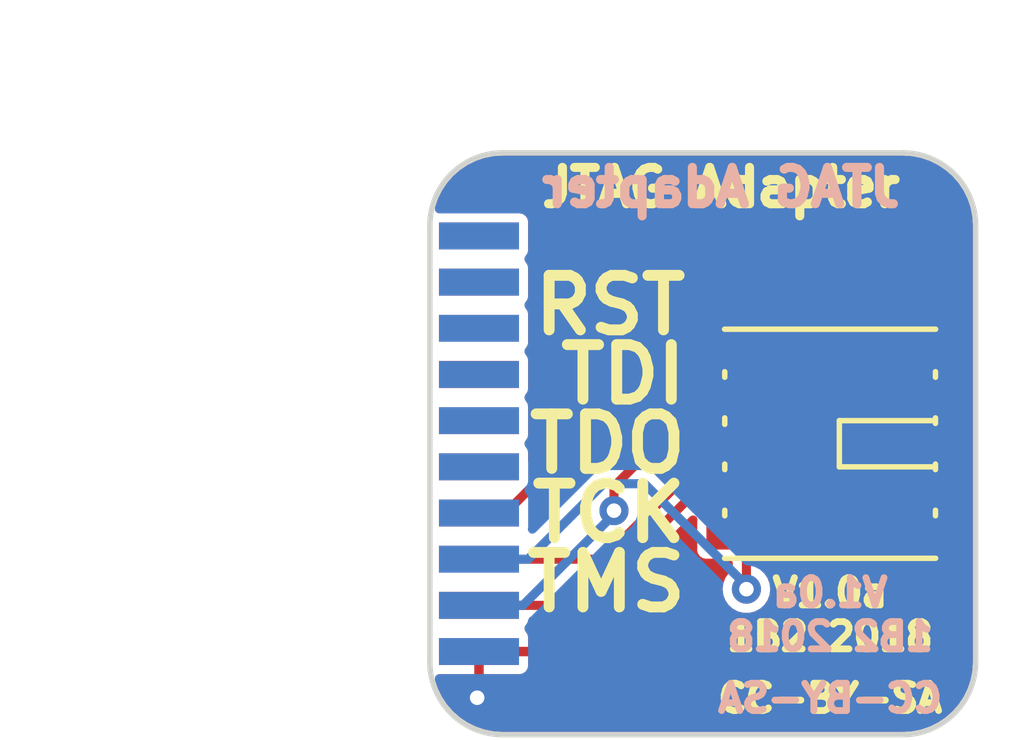
<source format=kicad_pcb>
(kicad_pcb (version 20221018) (generator pcbnew)
  (title_block (title "ftdi jtag adapter") (rev "V1.0a") (company "1BitSquared") (comment 1 "2018 (C) 1BitSquared <info@1bitsquared.com>") (comment 2 "2018 (C) Piotr Esden-Tempski <piotr@esden.net>") (comment 3 "License: CC-BY-SA 4.0"))
  (layers (0 "F.Cu" signal) (31 "B.Cu" signal) (34 "B.Paste" user) (35 "F.Paste" user) (36 "B.SilkS" user "B.Silkscreen") (37 "F.SilkS" user "F.Silkscreen") (38 "B.Mask" user) (39 "F.Mask" user) (44 "Edge.Cuts" user))
  (net 0 "")
  (net 1 "GND")
  (net 2 "+5V")
  (net 3 "/GPIOL1")
  (net 4 "/GPIOL3")
  (net 5 "/GPIOL0")
  (net 6 "/GPIOL2")
  (net 7 "/GPIOH0")
  (net 8 "/GPIOH2")
  (net 9 "/GPIOH4")
  (net 10 "/GPIOH6")
  (net 11 "/GPIOH8")
  (net 12 "/GPIOH1")
  (net 13 "/GPIOH3")
  (net 14 "/GPIOH5")
  (net 15 "/GPIOH7")
  (net 16 "/GPIOH9")
  (net 17 "/TDI")
  (net 18 "/TMS")
  (net 19 "/TCK")
  (net 20 "/TDO")
  (net 21 "Net-(X1-Pad1)")
  (net 22 "Net-(X1-Pad7)")
  (footprint "pkl_samtec:FTSH-105-XX-X-DV" (layer "F.Cu") (at 41 44 -90)
    (fp_text reference "X1")
    (fp_text value "JTAG-10")
    (fp_line (start -3.15 2.9) (end -3.15 -2.9) (stroke (width 0.15)) (layer "F.SilkS"))
    (fp_line (start -1.9812 2.8956) (end -1.8288 2.8956) (stroke (width 0.15)) (layer "F.SilkS"))
    (fp_line (start -1.8288 -2.8956) (end -1.9812 -2.8956) (stroke (width 0.15)) (layer "F.SilkS"))
    (fp_line (start -0.7112 2.8956) (end -0.5334 2.8956) (stroke (width 0.15)) (layer "F.SilkS"))
    (fp_line (start -0.635 -0.254) (end -0.635 -2.794) (stroke (width 0.15)) (layer "F.SilkS"))
    (fp_line (start -0.5588 -2.8956) (end -0.7112 -2.8956) (stroke (width 0.15)) (layer "F.SilkS"))
    (fp_line (start 0.5588 2.8956) (end 0.7112 2.8956) (stroke (width 0.15)) (layer "F.SilkS"))
    (fp_line (start 0.635 -2.794) (end 0.635 -0.254) (stroke (width 0.15)) (layer "F.SilkS"))
    (fp_line (start 0.635 -0.254) (end -0.635 -0.254) (stroke (width 0.15)) (layer "F.SilkS"))
    (fp_line (start 0.7112 -2.8956) (end 0.5588 -2.8956) (stroke (width 0.15)) (layer "F.SilkS"))
    (fp_line (start 1.8288 2.8956) (end 1.9812 2.8956) (stroke (width 0.15)) (layer "F.SilkS"))
    (fp_line (start 1.9812 -2.8956) (end 1.8288 -2.8956) (stroke (width 0.15)) (layer "F.SilkS"))
    (fp_line (start 3.15 2.9) (end 3.15 -2.9) (stroke (width 0.15)) (layer "F.SilkS"))
    (pad "1" smd rect (at 2.54 -2 90) (size 0.74 2.8) (layers "F.Cu" "F.Paste" "F.Mask") (net 21 "Net-(X1-Pad1)"))
    (pad "2" smd rect (at 2.54 2 90) (size 0.74 2.8) (layers "F.Cu" "F.Paste" "F.Mask") (net 18 "/TMS"))
    (pad "3" smd rect (at 1.27 -2 90) (size 0.74 2.8) (layers "F.Cu" "F.Paste" "F.Mask") (net 1 "GND"))
    (pad "4" smd rect (at 1.27 2 90) (size 0.74 2.8) (layers "F.Cu" "F.Paste" "F.Mask") (net 19 "/TCK"))
    (pad "5" smd rect (at 0 -2 90) (size 0.74 2.8) (layers "F.Cu" "F.Paste" "F.Mask") (net 1 "GND"))
    (pad "6" smd rect (at 0 2 90) (size 0.74 2.8) (layers "F.Cu" "F.Paste" "F.Mask") (net 20 "/TDO"))
    (pad "7" smd rect (at -1.27 -2 90) (size 0.74 2.8) (layers "F.Cu" "F.Paste" "F.Mask") (net 22 "Net-(X1-Pad7)"))
    (pad "8" smd rect (at -1.27 2 90) (size 0.74 2.8) (layers "F.Cu" "F.Paste" "F.Mask") (net 17 "/TDI"))
    (pad "9" smd rect (at -2.54 -2 90) (size 0.74 2.8) (layers "F.Cu" "F.Paste" "F.Mask") (net 1 "GND"))
    (pad "10" smd rect (at -2.54 2 90) (size 0.74 2.8) (layers "F.Cu" "F.Paste" "F.Mask") (net 5 "/GPIOL0"))
  )
  (footprint "pkl_samtec:FTSH-EDGE-20pin" (layer "B.Cu") (at 30 44 90)
    (fp_text reference "J1")
    (fp_text value "Conn")
    (pad "1" smd rect (at -5.715 1.35 90) (size 0.74 2.2) (layers "B.Cu" "B.Paste" "B.Mask") (net 2 "+5V"))
    (pad "2" smd rect (at -5.715 1.35 90) (size 0.74 2.2) (layers "F.Cu" "F.Paste" "F.Mask") (net 1 "GND"))
    (pad "3" smd rect (at -4.445 1.35 90) (size 0.74 2.2) (layers "B.Cu" "B.Paste" "B.Mask") (net 17 "/TDI"))
    (pad "4" smd rect (at -4.445 1.35 90) (size 0.74 2.2) (layers "F.Cu" "F.Paste" "F.Mask") (net 19 "/TCK"))
    (pad "5" smd rect (at -3.175 1.35 90) (size 0.74 2.2) (layers "B.Cu" "B.Paste" "B.Mask") (net 18 "/TMS"))
    (pad "6" smd rect (at -3.175 1.35 90) (size 0.74 2.2) (layers "F.Cu" "F.Paste" "F.Mask") (net 20 "/TDO"))
    (pad "7" smd rect (at -1.905 1.35 90) (size 0.74 2.2) (layers "B.Cu" "B.Paste" "B.Mask") (net 3 "/GPIOL1"))
    (pad "8" smd rect (at -1.905 1.35 90) (size 0.74 2.2) (layers "F.Cu" "F.Paste" "F.Mask") (net 5 "/GPIOL0"))
    (pad "9" smd rect (at -0.635 1.35 90) (size 0.74 2.2) (layers "B.Cu" "B.Paste" "B.Mask") (net 4 "/GPIOL3"))
    (pad "10" smd rect (at -0.635 1.35 90) (size 0.74 2.2) (layers "F.Cu" "F.Paste" "F.Mask") (net 6 "/GPIOL2"))
    (pad "11" smd rect (at 0.635 1.35 90) (size 0.74 2.2) (layers "B.Cu" "B.Paste" "B.Mask") (net 12 "/GPIOH1"))
    (pad "12" smd rect (at 0.635 1.35 90) (size 0.74 2.2) (layers "F.Cu" "F.Paste" "F.Mask") (net 7 "/GPIOH0"))
    (pad "13" smd rect (at 1.905 1.35 90) (size 0.74 2.2) (layers "B.Cu" "B.Paste" "B.Mask") (net 13 "/GPIOH3"))
    (pad "14" smd rect (at 1.905 1.35 90) (size 0.74 2.2) (layers "F.Cu" "F.Paste" "F.Mask") (net 8 "/GPIOH2"))
    (pad "15" smd rect (at 3.175 1.35 90) (size 0.74 2.2) (layers "B.Cu" "B.Paste" "B.Mask") (net 14 "/GPIOH5"))
    (pad "16" smd rect (at 3.175 1.35 90) (size 0.74 2.2) (layers "F.Cu" "F.Paste" "F.Mask") (net 9 "/GPIOH4"))
    (pad "17" smd rect (at 4.445 1.35 90) (size 0.74 2.2) (layers "B.Cu" "B.Paste" "B.Mask") (net 15 "/GPIOH7"))
    (pad "18" smd rect (at 4.445 1.35 90) (size 0.74 2.2) (layers "F.Cu" "F.Paste" "F.Mask") (net 10 "/GPIOH6"))
    (pad "19" smd rect (at 5.715 1.35 90) (size 0.74 2.2) (layers "B.Cu" "B.Paste" "B.Mask") (net 16 "/GPIOH9"))
    (pad "20" smd rect (at 5.715 1.35 90) (size 0.74 2.2) (layers "F.Cu" "F.Paste" "F.Mask") (net 11 "/GPIOH8"))
  )
  (gr_arc (start 32 52) (mid 30.585786 51.414214) (end 30 50) (stroke (width 0.15)) (layer "Edge.Cuts"))
  (gr_line (start 43 52) (end 32 52) (stroke (width 0.15)) (layer "Edge.Cuts"))
  (gr_line (start 45 38) (end 45 50) (stroke (width 0.15)) (layer "Edge.Cuts"))
  (gr_line (start 30 50) (end 30 38) (stroke (width 0.15)) (layer "Edge.Cuts"))
  (gr_arc (start 43 36) (mid 44.414214 36.585786) (end 45 38) (stroke (width 0.15)) (layer "Edge.Cuts"))
  (gr_arc (start 45 50) (mid 44.414214 51.414214) (end 43 52) (stroke (width 0.15)) (layer "Edge.Cuts"))
  (gr_line (start 32 36) (end 43 36) (stroke (width 0.15)) (layer "Edge.Cuts"))
  (gr_arc (start 30 38) (mid 30.585786 36.585786) (end 32 36) (stroke (width 0.15)) (layer "Edge.Cuts"))
  (gr_text "CC-BY-SA" (at 41 51) (layer "B.SilkS") (effects (font (size 0.75 0.75) (thickness 0.1875)) (justify mirror)))
  (gr_text "JTAG Adapter" (at 38 36.95) (layer "B.SilkS") (effects (font (size 1 1) (thickness 0.25)) (justify mirror)))
  (gr_text "V1.0a\n1B2 2018" (at 41 48.7) (layer "B.SilkS") (effects (font (size 0.75 0.75) (thickness 0.1875)) (justify mirror)))
  (gr_text "V1.0a\n1B2 2018" (at 41 48.7) (layer "F.SilkS") (effects (font (size 0.75 0.75) (thickness 0.1875))))
  (gr_text "CC-BY-SA" (at 41 51) (layer "F.SilkS") (effects (font (size 0.75 0.75) (thickness 0.1875))))
  (gr_text "TCK" (at 37.19 45.905) (layer "F.SilkS") (effects (font (size 1.5 1.5) (thickness 0.3)) (justify right)))
  (gr_text "TDI" (at 37.19 42.095) (layer "F.SilkS") (effects (font (size 1.5 1.5) (thickness 0.3)) (justify right)))
  (gr_text "TMS" (at 37.19 47.81) (layer "F.SilkS") (effects (font (size 1.5 1.5) (thickness 0.3)) (justify right)))
  (gr_text "TDO" (at 37.19 44) (layer "F.SilkS") (effects (font (size 1.5 1.5) (thickness 0.3)) (justify right)))
  (gr_text "RST" (at 37.19 40.19) (layer "F.SilkS") (effects (font (size 1.5 1.5) (thickness 0.3)) (justify right)))
  (gr_text "JTAG Adapter" (at 38 36.95) (layer "F.SilkS") (effects (font (size 1 1) (thickness 0.25))))
  (via (at 31.3 50.985) (size 0.8) (drill 0.4) (layers "F.Cu" "B.Cu") (net 1))
  (segment (start 36.525 41.46) (end 39 41.46) (width 0.25) (layer "F.Cu") (net 5))
  (segment (start 32.08 45.905) (end 36.525 41.46) (width 0.25) (layer "F.Cu") (net 5))
  (segment (start 31.35 45.905) (end 32.08 45.905) (width 0.25) (layer "F.Cu") (net 5))
  (segment (start 37.504315 42.73) (end 35.060536 45.173779) (width 0.25) (layer "F.Cu") (net 17))
  (segment (start 39 42.73) (end 37.504315 42.73) (width 0.25) (layer "F.Cu") (net 17))
  (segment (start 35.060536 45.173779) (end 35.060536 45.839783) (width 0.25) (layer "F.Cu") (net 17))
  (via (at 35.060536 45.839783) (size 0.8) (drill 0.4) (layers "F.Cu" "B.Cu") (net 17))
  (segment (start 35.060536 45.939464) (end 35.060536 45.839783) (width 0.25) (layer "B.Cu") (net 17))
  (segment (start 32.555 48.445) (end 35.060536 45.939464) (width 0.25) (layer "B.Cu") (net 17))
  (segment (start 31.35 48.445) (end 32.555 48.445) (width 0.25) (layer "B.Cu") (net 17))
  (segment (start 38.7 48) (end 38.7 46.84) (width 0.25) (layer "F.Cu") (net 18))
  (segment (start 38.7 46.84) (end 39 46.54) (width 0.25) (layer "F.Cu") (net 18))
  (via (at 38.7 48) (size 0.8) (drill 0.4) (layers "F.Cu" "B.Cu") (net 18))
  (segment (start 32.7 47.175) (end 34.775 45.1) (width 0.25) (layer "B.Cu") (net 18))
  (segment (start 38.7 47.9) (end 38.7 48) (width 0.25) (layer "B.Cu") (net 18))
  (segment (start 35.9 45.1) (end 38.7 47.9) (width 0.25) (layer "B.Cu") (net 18))
  (segment (start 31.35 47.175) (end 32.7 47.175) (width 0.25) (layer "B.Cu") (net 18))
  (segment (start 34.775 45.1) (end 35.9 45.1) (width 0.25) (layer "B.Cu") (net 18))
  (segment (start 37.35 45.27) (end 39 45.27) (width 0.25) (layer "F.Cu") (net 19))
  (segment (start 31.35 48.445) (end 34.175 48.445) (width 0.25) (layer "F.Cu") (net 19))
  (segment (start 34.175 48.445) (end 37.35 45.27) (width 0.25) (layer "F.Cu") (net 19))
  (segment (start 34.75581 47.175) (end 37.93081 44) (width 0.25) (layer "F.Cu") (net 20))
  (segment (start 31.35 47.175) (end 34.75581 47.175) (width 0.25) (layer "F.Cu") (net 20))
  (segment (start 37.93081 44) (end 39 44) (width 0.25) (layer "F.Cu") (net 20))
  (zone (net 1) (net_name "GND") (layer "F.Cu") (connect_pads (clearance 0.25)) (min_thickness 0.25) (fill yes (thermal_gap 0.25) (thermal_bridge_width 0.26))
    (polygon (pts (xy 30 36) (xy 45 36) (xy 45 52) (xy 30 52)))
  )
  (zone (net 1) (net_name "GND") (layer "B.Cu") (connect_pads (clearance 0.25)) (min_thickness 0.25) (fill yes (thermal_gap 0.25) (thermal_bridge_width 0.26))
    (polygon (pts (xy 30 36) (xy 45 36) (xy 45 52) (xy 30 52)))
  )
)
</source>
